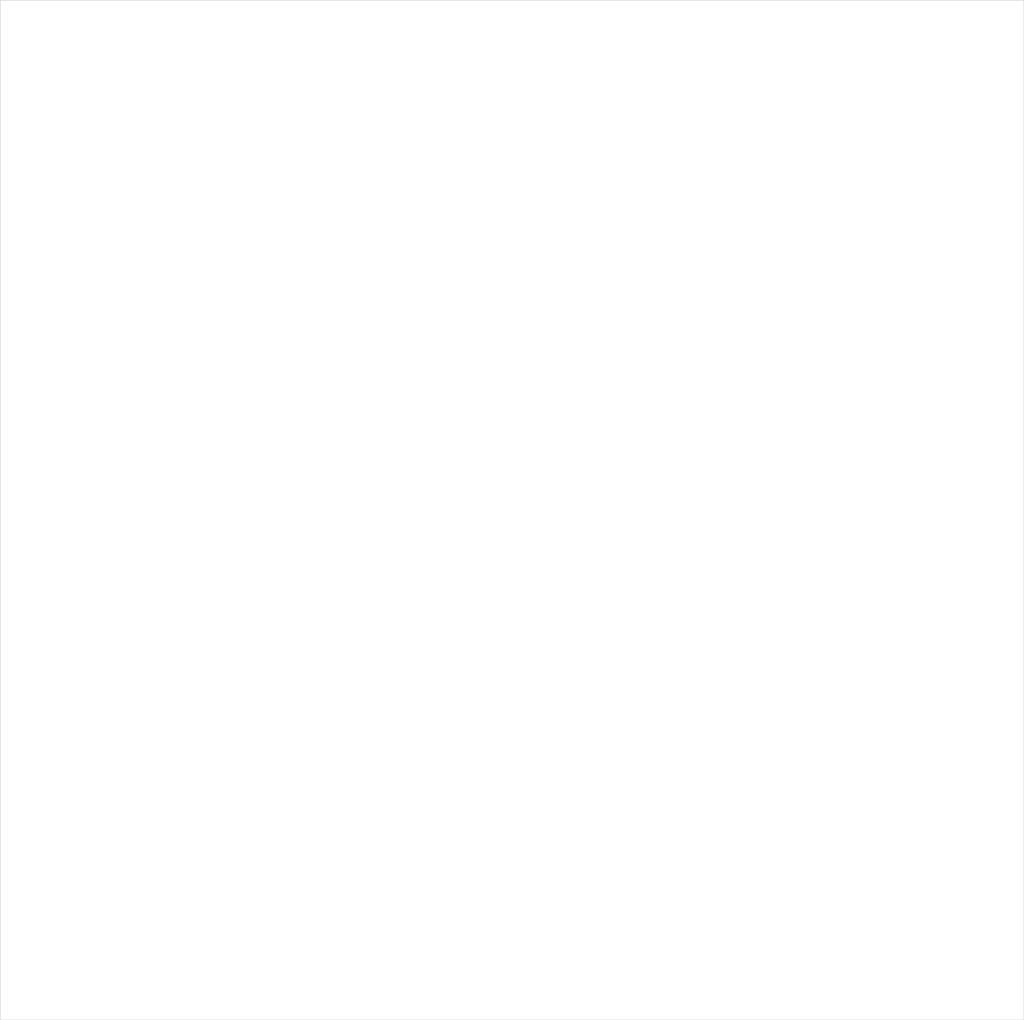
<source format=kicad_pcb>
(kicad_pcb
	(version 20240108)
	(generator "pcbnew")
	(generator_version "8.0")
	(general
		(thickness 1.6)
		(legacy_teardrops no)
	)
	(paper "A4")
	(layers
		(0 "F.Cu" signal)
		(31 "B.Cu" signal)
		(32 "B.Adhes" user "B.Adhesive")
		(33 "F.Adhes" user "F.Adhesive")
		(34 "B.Paste" user)
		(35 "F.Paste" user)
		(36 "B.SilkS" user "B.Silkscreen")
		(37 "F.SilkS" user "F.Silkscreen")
		(38 "B.Mask" user)
		(39 "F.Mask" user)
		(40 "Dwgs.User" user "User.Drawings")
		(41 "Cmts.User" user "User.Comments")
		(42 "Eco1.User" user "User.Eco1")
		(43 "Eco2.User" user "User.Eco2")
		(44 "Edge.Cuts" user)
		(45 "Margin" user)
		(46 "B.CrtYd" user "B.Courtyard")
		(47 "F.CrtYd" user "F.Courtyard")
		(48 "B.Fab" user)
		(49 "F.Fab" user)
		(50 "User.1" user)
		(51 "User.2" user)
		(52 "User.3" user)
		(53 "User.4" user)
		(54 "User.5" user)
		(55 "User.6" user)
		(56 "User.7" user)
		(57 "User.8" user)
		(58 "User.9" user)
	)
	(setup
		(pad_to_mask_clearance 0)
		(allow_soldermask_bridges_in_footprints no)
		(pcbplotparams
			(layerselection 0x00010fc_ffffffff)
			(plot_on_all_layers_selection 0x0000000_00000000)
			(disableapertmacros no)
			(usegerberextensions no)
			(usegerberattributes yes)
			(usegerberadvancedattributes yes)
			(creategerberjobfile yes)
			(dashed_line_dash_ratio 12.000000)
			(dashed_line_gap_ratio 3.000000)
			(svgprecision 4)
			(plotframeref no)
			(viasonmask no)
			(mode 1)
			(useauxorigin no)
			(hpglpennumber 1)
			(hpglpenspeed 20)
			(hpglpendiameter 15.000000)
			(pdf_front_fp_property_popups yes)
			(pdf_back_fp_property_popups yes)
			(dxfpolygonmode yes)
			(dxfimperialunits yes)
			(dxfusepcbnewfont yes)
			(psnegative no)
			(psa4output no)
			(plotreference yes)
			(plotvalue yes)
			(plotfptext yes)
			(plotinvisibletext no)
			(sketchpadsonfab no)
			(subtractmaskfromsilk no)
			(outputformat 1)
			(mirror no)
			(drillshape 1)
			(scaleselection 1)
			(outputdirectory "")
		)
	)
	(net 0 "")
	(gr_rect
		(start 65.6 30.95)
		(end 151.9 116.95)
		(stroke
			(width 0.05)
			(type default)
		)
		(fill none)
		(layer "Edge.Cuts")
		(uuid "802145d0-a795-4344-bf2b-ddea1a472721")
	)
)

</source>
